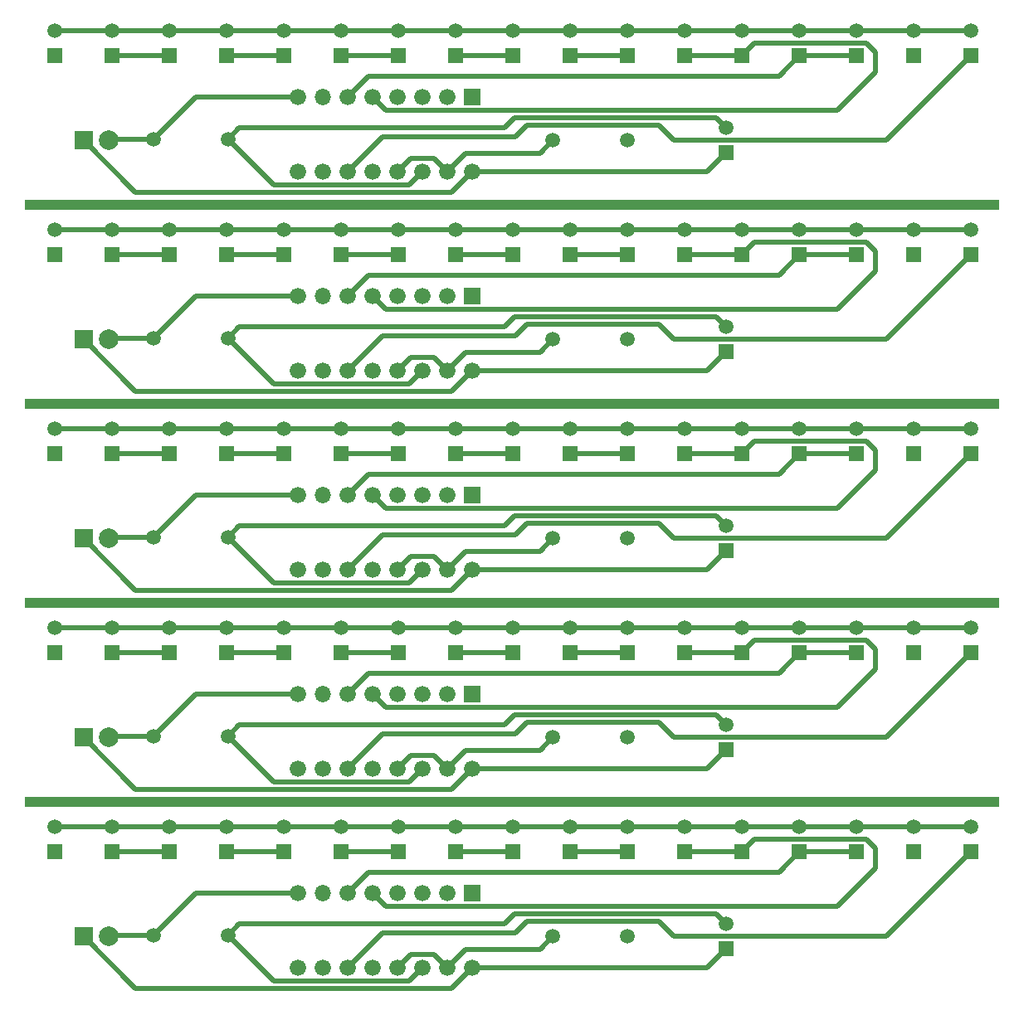
<source format=gbl>
G04 Layer_Physical_Order=2*
G04 Layer_Color=16711680*
%FSLAX25Y25*%
%MOIN*%
G70*
G01*
G75*
%ADD10C,0.02000*%
%ADD11R,3.91732X0.03937*%
%ADD12C,0.05905*%
%ADD13R,0.05905X0.05905*%
%ADD14R,0.06600X0.06600*%
%ADD15C,0.06600*%
%ADD16O,0.06600X0.06598*%
%ADD17R,0.07480X0.07480*%
%ADD18C,0.07874*%
D10*
X316000Y380000D02*
X339000D01*
X270000D02*
X293000D01*
X224000D02*
X247000D01*
X178000D02*
X201000D01*
X132000D02*
X155000D01*
X86000D02*
X109000D01*
X40000D02*
X63000D01*
X132000Y390000D02*
X155000D01*
X109000D02*
X132000D01*
X155000D02*
X178000D01*
X86000D02*
X109000D01*
X63000D02*
X86000D01*
X17000D02*
X40000D01*
X63000D01*
X178000D02*
X201000D01*
X224000D01*
X247000D01*
X270000D01*
X293000D01*
X316000D01*
X339000D01*
X362000D01*
X385000D01*
X211800Y340800D02*
X217000Y346000D01*
X181800Y340800D02*
X211800D01*
X174500Y333500D02*
X181800Y340800D01*
X144500Y363500D02*
X149900Y358100D01*
X331100D01*
X298000Y385000D02*
X343000D01*
X293000Y380000D02*
X298000Y385000D01*
X86500Y346500D02*
X91000Y351000D01*
X351000Y346000D02*
X385000Y380000D01*
X134500Y333500D02*
X148400Y347400D01*
X279000Y333500D02*
X286500Y341000D01*
X184500Y333500D02*
X279000D01*
X134500Y363500D02*
X142900Y371900D01*
X307900D01*
X316000Y380000D01*
X56500Y346500D02*
X73500Y363500D01*
X114500D01*
X154500Y333500D02*
X159800Y338800D01*
X169200D01*
X174500Y333500D01*
X282500Y355000D02*
X286500Y351000D01*
X259500Y352000D02*
X265500Y346000D01*
X351000D01*
X91000Y351000D02*
X197500D01*
X201500Y355000D01*
X282500D01*
X148400Y347400D02*
X201900D01*
X206500Y352000D01*
X259500D01*
X86500Y346500D02*
X104800Y328200D01*
X159200D01*
X164500Y333500D01*
X176200Y325200D02*
X184500Y333500D01*
X28500Y346000D02*
X49300Y325200D01*
X176200D01*
X38500Y346000D02*
X39000Y346500D01*
X56500D01*
X331100Y358100D02*
X346500Y373500D01*
Y381500D01*
X343000Y385000D02*
X346500Y381500D01*
X316000Y300000D02*
X339000D01*
X270000D02*
X293000D01*
X224000D02*
X247000D01*
X178000D02*
X201000D01*
X132000D02*
X155000D01*
X86000D02*
X109000D01*
X40000D02*
X63000D01*
X132000Y310000D02*
X155000D01*
X109000D02*
X132000D01*
X155000D02*
X178000D01*
X86000D02*
X109000D01*
X63000D02*
X86000D01*
X17000D02*
X40000D01*
X63000D01*
X178000D02*
X201000D01*
X224000D01*
X247000D01*
X270000D01*
X293000D01*
X316000D01*
X339000D01*
X362000D01*
X385000D01*
X211800Y260800D02*
X217000Y266000D01*
X181800Y260800D02*
X211800D01*
X174500Y253500D02*
X181800Y260800D01*
X144500Y283500D02*
X149900Y278100D01*
X331100D01*
X298000Y305000D02*
X343000D01*
X293000Y300000D02*
X298000Y305000D01*
X86500Y266500D02*
X91000Y271000D01*
X351000Y266000D02*
X385000Y300000D01*
X134500Y253500D02*
X148400Y267400D01*
X279000Y253500D02*
X286500Y261000D01*
X184500Y253500D02*
X279000D01*
X134500Y283500D02*
X142900Y291900D01*
X307900D01*
X316000Y300000D01*
X56500Y266500D02*
X73500Y283500D01*
X114500D01*
X154500Y253500D02*
X159800Y258800D01*
X169200D01*
X174500Y253500D01*
X282500Y275000D02*
X286500Y271000D01*
X259500Y272000D02*
X265500Y266000D01*
X351000D01*
X91000Y271000D02*
X197500D01*
X201500Y275000D01*
X282500D01*
X148400Y267400D02*
X201900D01*
X206500Y272000D01*
X259500D01*
X86500Y266500D02*
X104800Y248200D01*
X159200D01*
X164500Y253500D01*
X176200Y245200D02*
X184500Y253500D01*
X28500Y266000D02*
X49300Y245200D01*
X176200D01*
X38500Y266000D02*
X39000Y266500D01*
X56500D01*
X331100Y278100D02*
X346500Y293500D01*
Y301500D01*
X343000Y305000D02*
X346500Y301500D01*
X316000Y220000D02*
X339000D01*
X270000D02*
X293000D01*
X224000D02*
X247000D01*
X178000D02*
X201000D01*
X132000D02*
X155000D01*
X86000D02*
X109000D01*
X40000D02*
X63000D01*
X132000Y230000D02*
X155000D01*
X109000D02*
X132000D01*
X155000D02*
X178000D01*
X86000D02*
X109000D01*
X63000D02*
X86000D01*
X17000D02*
X40000D01*
X63000D01*
X178000D02*
X201000D01*
X224000D01*
X247000D01*
X270000D01*
X293000D01*
X316000D01*
X339000D01*
X362000D01*
X385000D01*
X211800Y180800D02*
X217000Y186000D01*
X181800Y180800D02*
X211800D01*
X174500Y173500D02*
X181800Y180800D01*
X144500Y203500D02*
X149900Y198100D01*
X331100D01*
X298000Y225000D02*
X343000D01*
X293000Y220000D02*
X298000Y225000D01*
X86500Y186500D02*
X91000Y191000D01*
X351000Y186000D02*
X385000Y220000D01*
X134500Y173500D02*
X148400Y187400D01*
X279000Y173500D02*
X286500Y181000D01*
X184500Y173500D02*
X279000D01*
X134500Y203500D02*
X142900Y211900D01*
X307900D01*
X316000Y220000D01*
X56500Y186500D02*
X73500Y203500D01*
X114500D01*
X154500Y173500D02*
X159800Y178800D01*
X169200D01*
X174500Y173500D01*
X282500Y195000D02*
X286500Y191000D01*
X259500Y192000D02*
X265500Y186000D01*
X351000D01*
X91000Y191000D02*
X197500D01*
X201500Y195000D01*
X282500D01*
X148400Y187400D02*
X201900D01*
X206500Y192000D01*
X259500D01*
X86500Y186500D02*
X104800Y168200D01*
X159200D01*
X164500Y173500D01*
X176200Y165200D02*
X184500Y173500D01*
X28500Y186000D02*
X49300Y165200D01*
X176200D01*
X38500Y186000D02*
X39000Y186500D01*
X56500D01*
X331100Y198100D02*
X346500Y213500D01*
Y221500D01*
X343000Y225000D02*
X346500Y221500D01*
X316000Y140000D02*
X339000D01*
X270000D02*
X293000D01*
X224000D02*
X247000D01*
X178000D02*
X201000D01*
X132000D02*
X155000D01*
X86000D02*
X109000D01*
X40000D02*
X63000D01*
X132000Y150000D02*
X155000D01*
X109000D02*
X132000D01*
X155000D02*
X178000D01*
X86000D02*
X109000D01*
X63000D02*
X86000D01*
X17000D02*
X40000D01*
X63000D01*
X178000D02*
X201000D01*
X224000D01*
X247000D01*
X270000D01*
X293000D01*
X316000D01*
X339000D01*
X362000D01*
X385000D01*
X211800Y100800D02*
X217000Y106000D01*
X181800Y100800D02*
X211800D01*
X174500Y93500D02*
X181800Y100800D01*
X144500Y123500D02*
X149900Y118100D01*
X331100D01*
X298000Y145000D02*
X343000D01*
X293000Y140000D02*
X298000Y145000D01*
X86500Y106500D02*
X91000Y111000D01*
X351000Y106000D02*
X385000Y140000D01*
X134500Y93500D02*
X148400Y107400D01*
X279000Y93500D02*
X286500Y101000D01*
X184500Y93500D02*
X279000D01*
X134500Y123500D02*
X142900Y131900D01*
X307900D01*
X316000Y140000D01*
X56500Y106500D02*
X73500Y123500D01*
X114500D01*
X154500Y93500D02*
X159800Y98800D01*
X169200D01*
X174500Y93500D01*
X282500Y115000D02*
X286500Y111000D01*
X259500Y112000D02*
X265500Y106000D01*
X351000D01*
X91000Y111000D02*
X197500D01*
X201500Y115000D01*
X282500D01*
X148400Y107400D02*
X201900D01*
X206500Y112000D01*
X259500D01*
X86500Y106500D02*
X104800Y88200D01*
X159200D01*
X164500Y93500D01*
X176200Y85200D02*
X184500Y93500D01*
X28500Y106000D02*
X49300Y85200D01*
X176200D01*
X38500Y106000D02*
X39000Y106500D01*
X56500D01*
X331100Y118100D02*
X346500Y133500D01*
Y141500D01*
X343000Y145000D02*
X346500Y141500D01*
X343000Y65000D02*
X346500Y61500D01*
Y53500D02*
Y61500D01*
X331100Y38100D02*
X346500Y53500D01*
X39000Y26500D02*
X56500D01*
X38500Y26000D02*
X39000Y26500D01*
X49300Y5200D02*
X176200D01*
X28500Y26000D02*
X49300Y5200D01*
X176200D02*
X184500Y13500D01*
X159200Y8200D02*
X164500Y13500D01*
X104800Y8200D02*
X159200D01*
X86500Y26500D02*
X104800Y8200D01*
X206500Y32000D02*
X259500D01*
X201900Y27400D02*
X206500Y32000D01*
X148400Y27400D02*
X201900D01*
X201500Y35000D02*
X282500D01*
X197500Y31000D02*
X201500Y35000D01*
X91000Y31000D02*
X197500D01*
X265500Y26000D02*
X351000D01*
X259500Y32000D02*
X265500Y26000D01*
X282500Y35000D02*
X286500Y31000D01*
X169200Y18800D02*
X174500Y13500D01*
X159800Y18800D02*
X169200D01*
X154500Y13500D02*
X159800Y18800D01*
X73500Y43500D02*
X114500D01*
X56500Y26500D02*
X73500Y43500D01*
X307900Y51900D02*
X316000Y60000D01*
X142900Y51900D02*
X307900D01*
X134500Y43500D02*
X142900Y51900D01*
X184500Y13500D02*
X279000D01*
X286500Y21000D01*
X134500Y13500D02*
X148400Y27400D01*
X351000Y26000D02*
X385000Y60000D01*
X86500Y26500D02*
X91000Y31000D01*
X293000Y60000D02*
X298000Y65000D01*
X343000D01*
X149900Y38100D02*
X331100D01*
X144500Y43500D02*
X149900Y38100D01*
X174500Y13500D02*
X181800Y20800D01*
X211800D01*
X217000Y26000D01*
X362000Y70000D02*
X385000D01*
X339000D02*
X362000D01*
X316000D02*
X339000D01*
X293000D02*
X316000D01*
X270000D02*
X293000D01*
X247000D02*
X270000D01*
X224000D02*
X247000D01*
X201000D02*
X224000D01*
X178000D02*
X201000D01*
X40000D02*
X63000D01*
X17000D02*
X40000D01*
X63000D02*
X86000D01*
X109000D01*
X155000D02*
X178000D01*
X109000D02*
X132000D01*
X155000D01*
X40000Y60000D02*
X63000D01*
X86000D02*
X109000D01*
X132000D02*
X155000D01*
X178000D02*
X201000D01*
X224000D02*
X247000D01*
X270000D02*
X293000D01*
X316000D02*
X339000D01*
D11*
X200500Y320000D02*
D03*
Y240000D02*
D03*
Y160000D02*
D03*
Y80000D02*
D03*
D12*
X86500Y346500D02*
D03*
X56500D02*
D03*
X17000Y390000D02*
D03*
X40000D02*
D03*
X63000D02*
D03*
X86000D02*
D03*
X109000D02*
D03*
X132000D02*
D03*
X155000D02*
D03*
X178000D02*
D03*
X201000D02*
D03*
X224000D02*
D03*
X247000D02*
D03*
X270000D02*
D03*
X293000D02*
D03*
X316000D02*
D03*
X339000D02*
D03*
X362000D02*
D03*
X385000D02*
D03*
X247000Y346000D02*
D03*
X217000D02*
D03*
X286500Y351000D02*
D03*
X86500Y266500D02*
D03*
X56500D02*
D03*
X17000Y310000D02*
D03*
X40000D02*
D03*
X63000D02*
D03*
X86000D02*
D03*
X109000D02*
D03*
X132000D02*
D03*
X155000D02*
D03*
X178000D02*
D03*
X201000D02*
D03*
X224000D02*
D03*
X247000D02*
D03*
X270000D02*
D03*
X293000D02*
D03*
X316000D02*
D03*
X339000D02*
D03*
X362000D02*
D03*
X385000D02*
D03*
X247000Y266000D02*
D03*
X217000D02*
D03*
X286500Y271000D02*
D03*
X86500Y186500D02*
D03*
X56500D02*
D03*
X17000Y230000D02*
D03*
X40000D02*
D03*
X63000D02*
D03*
X86000D02*
D03*
X109000D02*
D03*
X132000D02*
D03*
X155000D02*
D03*
X178000D02*
D03*
X201000D02*
D03*
X224000D02*
D03*
X247000D02*
D03*
X270000D02*
D03*
X293000D02*
D03*
X316000D02*
D03*
X339000D02*
D03*
X362000D02*
D03*
X385000D02*
D03*
X247000Y186000D02*
D03*
X217000D02*
D03*
X286500Y191000D02*
D03*
X86500Y106500D02*
D03*
X56500D02*
D03*
X17000Y150000D02*
D03*
X40000D02*
D03*
X63000D02*
D03*
X86000D02*
D03*
X109000D02*
D03*
X132000D02*
D03*
X155000D02*
D03*
X178000D02*
D03*
X201000D02*
D03*
X224000D02*
D03*
X247000D02*
D03*
X270000D02*
D03*
X293000D02*
D03*
X316000D02*
D03*
X339000D02*
D03*
X362000D02*
D03*
X385000D02*
D03*
X247000Y106000D02*
D03*
X217000D02*
D03*
X286500Y111000D02*
D03*
X86500Y26500D02*
D03*
X56500D02*
D03*
X286500Y31000D02*
D03*
X247000Y26000D02*
D03*
X217000D02*
D03*
X201000Y70000D02*
D03*
X224000D02*
D03*
X178000D02*
D03*
X155000D02*
D03*
X132000D02*
D03*
X109000D02*
D03*
X86000D02*
D03*
X63000D02*
D03*
X40000D02*
D03*
X17000D02*
D03*
X385000D02*
D03*
X362000D02*
D03*
X339000D02*
D03*
X316000D02*
D03*
X293000D02*
D03*
X270000D02*
D03*
X247000D02*
D03*
D13*
X17000Y380000D02*
D03*
X40000D02*
D03*
X63000D02*
D03*
X86000D02*
D03*
X109000D02*
D03*
X132000D02*
D03*
X155000D02*
D03*
X178000D02*
D03*
X201000D02*
D03*
X224000D02*
D03*
X247000D02*
D03*
X270000D02*
D03*
X293000D02*
D03*
X316000D02*
D03*
X339000D02*
D03*
X362000D02*
D03*
X385000D02*
D03*
X286500Y341000D02*
D03*
X17000Y300000D02*
D03*
X40000D02*
D03*
X63000D02*
D03*
X86000D02*
D03*
X109000D02*
D03*
X132000D02*
D03*
X155000D02*
D03*
X178000D02*
D03*
X201000D02*
D03*
X224000D02*
D03*
X247000D02*
D03*
X270000D02*
D03*
X293000D02*
D03*
X316000D02*
D03*
X339000D02*
D03*
X362000D02*
D03*
X385000D02*
D03*
X286500Y261000D02*
D03*
X17000Y220000D02*
D03*
X40000D02*
D03*
X63000D02*
D03*
X86000D02*
D03*
X109000D02*
D03*
X132000D02*
D03*
X155000D02*
D03*
X178000D02*
D03*
X201000D02*
D03*
X224000D02*
D03*
X247000D02*
D03*
X270000D02*
D03*
X293000D02*
D03*
X316000D02*
D03*
X339000D02*
D03*
X362000D02*
D03*
X385000D02*
D03*
X286500Y181000D02*
D03*
X17000Y140000D02*
D03*
X40000D02*
D03*
X63000D02*
D03*
X86000D02*
D03*
X109000D02*
D03*
X132000D02*
D03*
X155000D02*
D03*
X178000D02*
D03*
X201000D02*
D03*
X224000D02*
D03*
X247000D02*
D03*
X270000D02*
D03*
X293000D02*
D03*
X316000D02*
D03*
X339000D02*
D03*
X362000D02*
D03*
X385000D02*
D03*
X286500Y101000D02*
D03*
Y21000D02*
D03*
X201000Y60000D02*
D03*
X224000D02*
D03*
X178000D02*
D03*
X155000D02*
D03*
X132000D02*
D03*
X109000D02*
D03*
X86000D02*
D03*
X63000D02*
D03*
X40000D02*
D03*
X17000D02*
D03*
X385000D02*
D03*
X362000D02*
D03*
X339000D02*
D03*
X316000D02*
D03*
X293000D02*
D03*
X270000D02*
D03*
X247000D02*
D03*
D14*
X184500Y363500D02*
D03*
Y283500D02*
D03*
Y203500D02*
D03*
Y123500D02*
D03*
Y43500D02*
D03*
D15*
X174500Y363500D02*
D03*
X164500D02*
D03*
X154500D02*
D03*
X144500D02*
D03*
X134500D02*
D03*
X114500D02*
D03*
Y333500D02*
D03*
X124500D02*
D03*
X134500D02*
D03*
X144500D02*
D03*
X154500D02*
D03*
X164500D02*
D03*
X174500D02*
D03*
X184500D02*
D03*
X174500Y283500D02*
D03*
X164500D02*
D03*
X154500D02*
D03*
X144500D02*
D03*
X134500D02*
D03*
X114500D02*
D03*
Y253500D02*
D03*
X124500D02*
D03*
X134500D02*
D03*
X144500D02*
D03*
X154500D02*
D03*
X164500D02*
D03*
X174500D02*
D03*
X184500D02*
D03*
X174500Y203500D02*
D03*
X164500D02*
D03*
X154500D02*
D03*
X144500D02*
D03*
X134500D02*
D03*
X114500D02*
D03*
Y173500D02*
D03*
X124500D02*
D03*
X134500D02*
D03*
X144500D02*
D03*
X154500D02*
D03*
X164500D02*
D03*
X174500D02*
D03*
X184500D02*
D03*
X174500Y123500D02*
D03*
X164500D02*
D03*
X154500D02*
D03*
X144500D02*
D03*
X134500D02*
D03*
X114500D02*
D03*
Y93500D02*
D03*
X124500D02*
D03*
X134500D02*
D03*
X144500D02*
D03*
X154500D02*
D03*
X164500D02*
D03*
X174500D02*
D03*
X184500D02*
D03*
X174500Y43500D02*
D03*
X164500D02*
D03*
X154500D02*
D03*
X144500D02*
D03*
X134500D02*
D03*
X114500D02*
D03*
Y13500D02*
D03*
X124500D02*
D03*
X134500D02*
D03*
X144500D02*
D03*
X154500D02*
D03*
X164500D02*
D03*
X174500D02*
D03*
X184500D02*
D03*
D16*
X124500Y363500D02*
D03*
Y283500D02*
D03*
Y203500D02*
D03*
Y123500D02*
D03*
Y43500D02*
D03*
D17*
X28500Y346000D02*
D03*
Y266000D02*
D03*
Y186000D02*
D03*
Y106000D02*
D03*
Y26000D02*
D03*
D18*
X38500Y346000D02*
D03*
Y266000D02*
D03*
Y186000D02*
D03*
Y106000D02*
D03*
Y26000D02*
D03*
M02*

</source>
